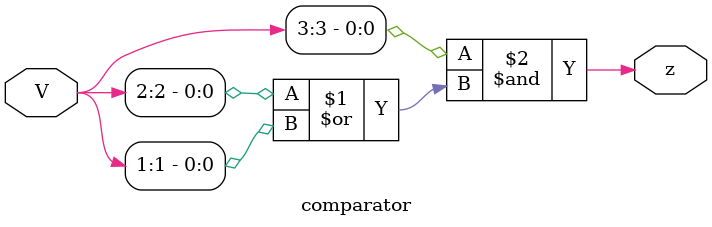
<source format=v>
module comparator (V, z);
		input [3:0]V;
		output z;
		
		assign z = (V[3]&(V[2]|V[1]));
endmodule

</source>
